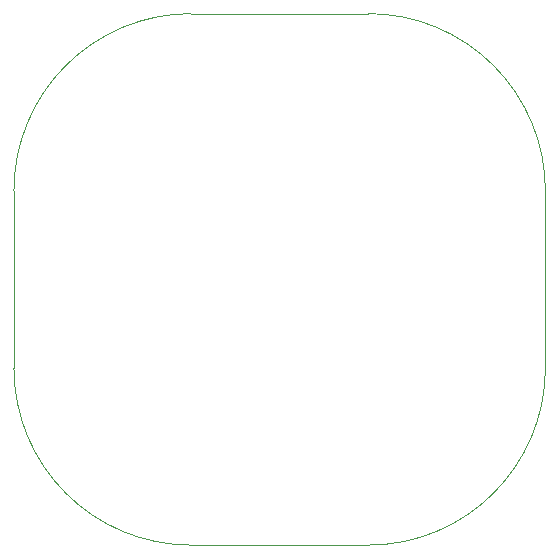
<source format=gm1>
G04 #@! TF.FileFunction,Profile,NP*
%FSLAX46Y46*%
G04 Gerber Fmt 4.6, Leading zero omitted, Abs format (unit mm)*
G04 Created by KiCad (PCBNEW 4.0.6) date Thursday, 27 July 2017 21:49:40*
%MOMM*%
%LPD*%
G01*
G04 APERTURE LIST*
%ADD10C,0.100000*%
G04 APERTURE END LIST*
D10*
X116000000Y-86000000D02*
X116000000Y-101000000D01*
X131000000Y-71000000D02*
X146000000Y-71000000D01*
X161000000Y-86000000D02*
X161000000Y-101000000D01*
X131000000Y-116000000D02*
X146000000Y-116000000D01*
X116000000Y-101000000D02*
G75*
G03X131000000Y-116000000I15000000J0D01*
G01*
X131000000Y-71000000D02*
G75*
G03X116000000Y-86000000I0J-15000000D01*
G01*
X161000000Y-86000000D02*
G75*
G03X146000000Y-71000000I-15000000J0D01*
G01*
X146000000Y-116000000D02*
G75*
G03X161000000Y-101000000I0J15000000D01*
G01*
M02*

</source>
